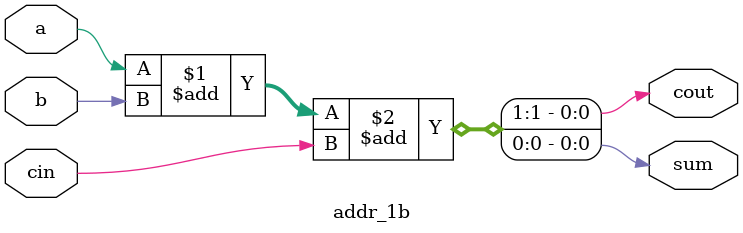
<source format=v>
module addr_1b(a, b, cin, cout, sum);
	input	a, b, cin;
	output	cout, sum;

	assign	{ cout, sum } = a + b + cin;
endmodule
</source>
